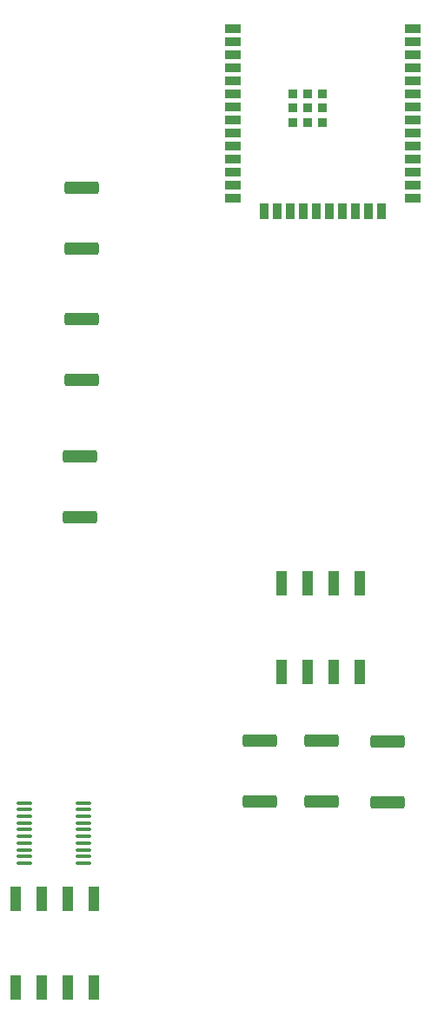
<source format=gtp>
G04 #@! TF.GenerationSoftware,KiCad,Pcbnew,7.0.7*
G04 #@! TF.CreationDate,2023-10-26T11:16:57-04:00*
G04 #@! TF.ProjectId,sensor_node,73656e73-6f72-45f6-9e6f-64652e6b6963,rev?*
G04 #@! TF.SameCoordinates,Original*
G04 #@! TF.FileFunction,Paste,Top*
G04 #@! TF.FilePolarity,Positive*
%FSLAX46Y46*%
G04 Gerber Fmt 4.6, Leading zero omitted, Abs format (unit mm)*
G04 Created by KiCad (PCBNEW 7.0.7) date 2023-10-26 11:16:57*
%MOMM*%
%LPD*%
G01*
G04 APERTURE LIST*
G04 Aperture macros list*
%AMRoundRect*
0 Rectangle with rounded corners*
0 $1 Rounding radius*
0 $2 $3 $4 $5 $6 $7 $8 $9 X,Y pos of 4 corners*
0 Add a 4 corners polygon primitive as box body*
4,1,4,$2,$3,$4,$5,$6,$7,$8,$9,$2,$3,0*
0 Add four circle primitives for the rounded corners*
1,1,$1+$1,$2,$3*
1,1,$1+$1,$4,$5*
1,1,$1+$1,$6,$7*
1,1,$1+$1,$8,$9*
0 Add four rect primitives between the rounded corners*
20,1,$1+$1,$2,$3,$4,$5,0*
20,1,$1+$1,$4,$5,$6,$7,0*
20,1,$1+$1,$6,$7,$8,$9,0*
20,1,$1+$1,$8,$9,$2,$3,0*%
G04 Aperture macros list end*
%ADD10RoundRect,0.250000X-1.425000X0.362500X-1.425000X-0.362500X1.425000X-0.362500X1.425000X0.362500X0*%
%ADD11RoundRect,0.250000X1.425000X-0.362500X1.425000X0.362500X-1.425000X0.362500X-1.425000X-0.362500X0*%
%ADD12RoundRect,0.100000X-0.637500X-0.100000X0.637500X-0.100000X0.637500X0.100000X-0.637500X0.100000X0*%
%ADD13R,1.500000X0.900000*%
%ADD14R,0.900000X1.500000*%
%ADD15R,0.900000X0.900000*%
%ADD16R,1.120000X2.440000*%
G04 APERTURE END LIST*
D10*
X123222000Y-125038500D03*
X123222000Y-130963500D03*
D11*
X99682000Y-103226000D03*
X99682000Y-97301000D03*
D12*
X94319500Y-131101000D03*
X94319500Y-131751000D03*
X94319500Y-132401000D03*
X94319500Y-133051000D03*
X94319500Y-133701000D03*
X94319500Y-134351000D03*
X94319500Y-135001000D03*
X94319500Y-135651000D03*
X94319500Y-136301000D03*
X94319500Y-136951000D03*
X100044500Y-136951000D03*
X100044500Y-136301000D03*
X100044500Y-135651000D03*
X100044500Y-135001000D03*
X100044500Y-134351000D03*
X100044500Y-133701000D03*
X100044500Y-133051000D03*
X100044500Y-132401000D03*
X100044500Y-131751000D03*
X100044500Y-131101000D03*
D10*
X117222000Y-125038500D03*
X117222000Y-130963500D03*
D13*
X114652000Y-55700000D03*
X114652000Y-56970000D03*
X114652000Y-58240000D03*
X114652000Y-59510000D03*
X114652000Y-60780000D03*
X114652000Y-62050000D03*
X114652000Y-63320000D03*
X114652000Y-64590000D03*
X114652000Y-65860000D03*
X114652000Y-67130000D03*
X114652000Y-68400000D03*
X114652000Y-69670000D03*
X114652000Y-70940000D03*
X114652000Y-72210000D03*
D14*
X117692000Y-73460000D03*
X118962000Y-73460000D03*
X120232000Y-73460000D03*
X121502000Y-73460000D03*
X122772000Y-73460000D03*
X124042000Y-73460000D03*
X125312000Y-73460000D03*
X126582000Y-73460000D03*
X127852000Y-73460000D03*
X129122000Y-73460000D03*
D13*
X132152000Y-72210000D03*
X132152000Y-70940000D03*
X132152000Y-69670000D03*
X132152000Y-68400000D03*
X132152000Y-67130000D03*
X132152000Y-65860000D03*
X132152000Y-64590000D03*
X132152000Y-63320000D03*
X132152000Y-62050000D03*
X132152000Y-60780000D03*
X132152000Y-59510000D03*
X132152000Y-58240000D03*
X132152000Y-56970000D03*
X132152000Y-55700000D03*
D15*
X120502000Y-62020000D03*
X120502000Y-63420000D03*
X120502000Y-64820000D03*
X121902000Y-62020000D03*
X121902000Y-63420000D03*
X121902000Y-64820000D03*
X123302000Y-62020000D03*
X123302000Y-63420000D03*
X123302000Y-64820000D03*
D10*
X99882000Y-71163500D03*
X99882000Y-77088500D03*
D11*
X129722000Y-131013500D03*
X129722000Y-125088500D03*
X99882000Y-89888500D03*
X99882000Y-83963500D03*
D16*
X127002000Y-109726000D03*
X124462000Y-109726000D03*
X121922000Y-109726000D03*
X119382000Y-109726000D03*
X119382000Y-118336000D03*
X121922000Y-118336000D03*
X124462000Y-118336000D03*
X127002000Y-118336000D03*
X93490000Y-149031000D03*
X96030000Y-149031000D03*
X98570000Y-149031000D03*
X101110000Y-149031000D03*
X101110000Y-140421000D03*
X98570000Y-140421000D03*
X96030000Y-140421000D03*
X93490000Y-140421000D03*
M02*

</source>
